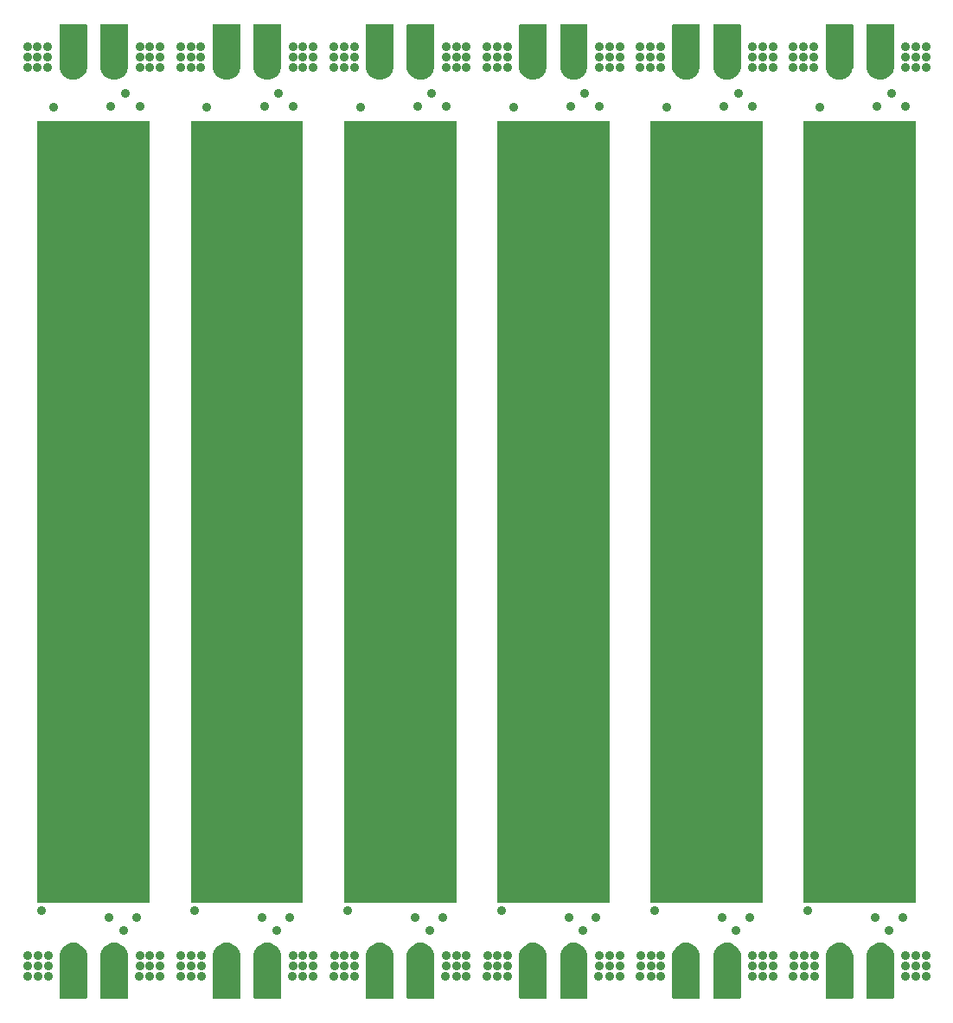
<source format=gbs>
G04*
G04 #@! TF.GenerationSoftware,Altium Limited,Altium Designer,21.7.2 (23)*
G04*
G04 Layer_Color=16711935*
%FSLAX44Y44*%
%MOMM*%
G71*
G04*
G04 #@! TF.SameCoordinates,A18D3496-1026-4BA7-8AEB-D4DB3583FBB1*
G04*
G04*
G04 #@! TF.FilePolarity,Negative*
G04*
G01*
G75*
%ADD22C,1.2032*%
%ADD24C,1.1032*%
%ADD25C,0.9032*%
G36*
X857633Y957010D02*
X857763Y956983D01*
X857889Y956941D01*
X858009Y956882D01*
X858120Y956808D01*
X858220Y956720D01*
X858308Y956620D01*
X858382Y956509D01*
X858441Y956390D01*
X858483Y956264D01*
X858509Y956133D01*
X858518Y956000D01*
Y916000D01*
Y914354D01*
D01*
Y914354D01*
X858509Y914221D01*
X858483Y914091D01*
X857632Y910912D01*
X857589Y910786D01*
X857530Y910666D01*
X855884Y907816D01*
X855884Y907816D01*
X855810Y907705D01*
X855722Y907605D01*
X853395Y905278D01*
X853395Y905277D01*
X853295Y905190D01*
X853184Y905116D01*
X850334Y903470D01*
X850334Y903470D01*
X850214Y903411D01*
X850088Y903368D01*
X846909Y902516D01*
X846778Y902490D01*
X846646Y902482D01*
X843354D01*
X843221Y902490D01*
X843091Y902516D01*
X839912Y903368D01*
X839785Y903411D01*
X839666Y903470D01*
X836816Y905116D01*
X836816Y905116D01*
X836705Y905190D01*
X836605Y905277D01*
X834278Y907605D01*
X834277Y907605D01*
X834190Y907705D01*
X834116Y907816D01*
X832470Y910666D01*
X832470Y910666D01*
X832411Y910786D01*
X832368Y910912D01*
X831516Y914091D01*
X831490Y914221D01*
X831482Y914354D01*
Y916000D01*
Y956000D01*
X831490Y956133D01*
X831516Y956264D01*
X831559Y956390D01*
X831618Y956509D01*
X831692Y956620D01*
X831780Y956720D01*
X831880Y956808D01*
X831991Y956882D01*
X832110Y956941D01*
X832236Y956983D01*
X832367Y957010D01*
X832500Y957018D01*
X857500D01*
X857633Y957010D01*
D02*
G37*
G36*
X817633D02*
X817763Y956983D01*
X817890Y956941D01*
X818009Y956882D01*
X818120Y956808D01*
X818220Y956720D01*
X818308Y956620D01*
X818382Y956509D01*
X818441Y956390D01*
X818483Y956264D01*
X818509Y956133D01*
X818518Y956000D01*
Y916000D01*
Y914354D01*
D01*
Y914354D01*
X818509Y914221D01*
X818483Y914091D01*
X817632Y910912D01*
X817589Y910786D01*
X817530Y910666D01*
X815884Y907816D01*
X815884Y907816D01*
X815810Y907705D01*
X815722Y907605D01*
X813395Y905278D01*
X813395Y905277D01*
X813295Y905190D01*
X813184Y905116D01*
X810334Y903470D01*
X810334Y903470D01*
X810214Y903411D01*
X810088Y903368D01*
X806909Y902516D01*
X806778Y902490D01*
X806646Y902482D01*
X803354D01*
X803221Y902490D01*
X803091Y902516D01*
X799912Y903368D01*
X799785Y903411D01*
X799666Y903470D01*
X796816Y905116D01*
X796816Y905116D01*
X796705Y905190D01*
X796605Y905277D01*
X794278Y907605D01*
X794277Y907605D01*
X794190Y907705D01*
X794116Y907816D01*
X792470Y910666D01*
X792470Y910666D01*
X792411Y910786D01*
X792368Y910912D01*
X791516Y914091D01*
X791490Y914221D01*
X791482Y914354D01*
Y916000D01*
Y956000D01*
X791490Y956133D01*
X791516Y956264D01*
X791559Y956390D01*
X791618Y956509D01*
X791692Y956620D01*
X791780Y956720D01*
X791880Y956808D01*
X791991Y956882D01*
X792110Y956941D01*
X792236Y956983D01*
X792367Y957010D01*
X792500Y957018D01*
X817500D01*
X817633Y957010D01*
D02*
G37*
G36*
X707633D02*
X707763Y956983D01*
X707889Y956941D01*
X708009Y956882D01*
X708120Y956808D01*
X708220Y956720D01*
X708308Y956620D01*
X708382Y956509D01*
X708441Y956390D01*
X708483Y956264D01*
X708509Y956133D01*
X708518Y956000D01*
Y916000D01*
Y914354D01*
D01*
Y914354D01*
X708509Y914221D01*
X708483Y914091D01*
X707632Y910912D01*
X707589Y910786D01*
X707530Y910666D01*
X705884Y907816D01*
X705884Y907816D01*
X705810Y907705D01*
X705722Y907605D01*
X703395Y905278D01*
X703395Y905277D01*
X703295Y905190D01*
X703184Y905116D01*
X700334Y903470D01*
X700334Y903470D01*
X700214Y903411D01*
X700088Y903368D01*
X696909Y902516D01*
X696778Y902490D01*
X696646Y902482D01*
X693354D01*
X693221Y902490D01*
X693091Y902516D01*
X689911Y903368D01*
X689785Y903411D01*
X689666Y903470D01*
X686816Y905116D01*
X686816Y905116D01*
X686705Y905190D01*
X686605Y905277D01*
X684278Y907605D01*
X684277Y907605D01*
X684190Y907705D01*
X684116Y907816D01*
X682470Y910666D01*
X682470Y910666D01*
X682411Y910786D01*
X682368Y910912D01*
X681516Y914091D01*
X681490Y914221D01*
X681482Y914354D01*
Y916000D01*
Y956000D01*
X681490Y956133D01*
X681516Y956264D01*
X681559Y956390D01*
X681618Y956509D01*
X681692Y956620D01*
X681780Y956720D01*
X681880Y956808D01*
X681991Y956882D01*
X682110Y956941D01*
X682236Y956983D01*
X682367Y957010D01*
X682500Y957018D01*
X707500D01*
X707633Y957010D01*
D02*
G37*
G36*
X667633D02*
X667763Y956983D01*
X667889Y956941D01*
X668009Y956882D01*
X668120Y956808D01*
X668220Y956720D01*
X668308Y956620D01*
X668382Y956509D01*
X668441Y956390D01*
X668483Y956264D01*
X668509Y956133D01*
X668518Y956000D01*
Y916000D01*
Y914354D01*
D01*
Y914354D01*
X668509Y914221D01*
X668483Y914091D01*
X667632Y910912D01*
X667589Y910786D01*
X667530Y910666D01*
X665884Y907816D01*
X665884Y907816D01*
X665810Y907705D01*
X665722Y907605D01*
X663395Y905278D01*
X663395Y905277D01*
X663295Y905190D01*
X663184Y905116D01*
X660334Y903470D01*
X660334Y903470D01*
X660214Y903411D01*
X660088Y903368D01*
X656909Y902516D01*
X656778Y902490D01*
X656646Y902482D01*
X653354D01*
X653221Y902490D01*
X653091Y902516D01*
X649912Y903368D01*
X649785Y903411D01*
X649666Y903470D01*
X646816Y905116D01*
X646816Y905116D01*
X646705Y905190D01*
X646605Y905277D01*
X644278Y907605D01*
X644277Y907605D01*
X644190Y907705D01*
X644116Y907816D01*
X642470Y910666D01*
X642470Y910666D01*
X642411Y910786D01*
X642368Y910912D01*
X641516Y914091D01*
X641490Y914221D01*
X641482Y914354D01*
Y916000D01*
Y956000D01*
X641490Y956133D01*
X641516Y956264D01*
X641559Y956390D01*
X641618Y956509D01*
X641692Y956620D01*
X641780Y956720D01*
X641880Y956808D01*
X641991Y956882D01*
X642110Y956941D01*
X642236Y956983D01*
X642367Y957010D01*
X642500Y957018D01*
X667500D01*
X667633Y957010D01*
D02*
G37*
G36*
X557633D02*
X557763Y956983D01*
X557890Y956941D01*
X558009Y956882D01*
X558120Y956808D01*
X558220Y956720D01*
X558308Y956620D01*
X558382Y956509D01*
X558441Y956390D01*
X558483Y956264D01*
X558509Y956133D01*
X558518Y956000D01*
Y916000D01*
Y914354D01*
D01*
Y914354D01*
X558509Y914221D01*
X558483Y914091D01*
X557631Y910912D01*
X557589Y910786D01*
X557530Y910666D01*
X555884Y907816D01*
X555884Y907816D01*
X555810Y907705D01*
X555722Y907605D01*
X553395Y905278D01*
X553395Y905277D01*
X553295Y905190D01*
X553184Y905116D01*
X550334Y903470D01*
X550334Y903470D01*
X550214Y903411D01*
X550088Y903368D01*
X546909Y902516D01*
X546778Y902490D01*
X546646Y902482D01*
X543354D01*
X543221Y902490D01*
X543091Y902516D01*
X539911Y903368D01*
X539785Y903411D01*
X539666Y903470D01*
X536816Y905116D01*
X536816Y905116D01*
X536705Y905190D01*
X536605Y905277D01*
X534278Y907605D01*
X534277Y907605D01*
X534190Y907705D01*
X534116Y907816D01*
X532470Y910666D01*
X532470Y910666D01*
X532411Y910786D01*
X532368Y910912D01*
X531516Y914091D01*
X531490Y914221D01*
X531482Y914354D01*
Y916000D01*
Y956000D01*
X531490Y956133D01*
X531516Y956264D01*
X531559Y956390D01*
X531618Y956509D01*
X531692Y956620D01*
X531780Y956720D01*
X531880Y956808D01*
X531991Y956882D01*
X532110Y956941D01*
X532236Y956983D01*
X532367Y957010D01*
X532500Y957018D01*
X557500D01*
X557633Y957010D01*
D02*
G37*
G36*
X517633D02*
X517763Y956983D01*
X517890Y956941D01*
X518009Y956882D01*
X518120Y956808D01*
X518220Y956720D01*
X518308Y956620D01*
X518382Y956509D01*
X518441Y956390D01*
X518483Y956264D01*
X518509Y956133D01*
X518518Y956000D01*
Y916000D01*
Y914354D01*
D01*
Y914354D01*
X518509Y914221D01*
X518483Y914091D01*
X517631Y910912D01*
X517589Y910786D01*
X517530Y910666D01*
X515884Y907816D01*
X515884Y907816D01*
X515810Y907705D01*
X515722Y907605D01*
X513395Y905278D01*
X513395Y905277D01*
X513295Y905190D01*
X513184Y905116D01*
X510334Y903470D01*
X510334Y903470D01*
X510214Y903411D01*
X510088Y903368D01*
X506909Y902516D01*
X506778Y902490D01*
X506646Y902482D01*
X503354D01*
X503221Y902490D01*
X503091Y902516D01*
X499911Y903368D01*
X499785Y903411D01*
X499666Y903470D01*
X496816Y905116D01*
X496816Y905116D01*
X496705Y905190D01*
X496605Y905277D01*
X494278Y907605D01*
X494277Y907605D01*
X494190Y907705D01*
X494116Y907816D01*
X492470Y910666D01*
X492470Y910666D01*
X492411Y910786D01*
X492368Y910912D01*
X491516Y914091D01*
X491490Y914221D01*
X491482Y914354D01*
Y916000D01*
Y956000D01*
X491490Y956133D01*
X491516Y956264D01*
X491559Y956390D01*
X491618Y956509D01*
X491692Y956620D01*
X491780Y956720D01*
X491880Y956808D01*
X491991Y956882D01*
X492110Y956941D01*
X492236Y956983D01*
X492367Y957010D01*
X492500Y957018D01*
X517500D01*
X517633Y957010D01*
D02*
G37*
G36*
X407633D02*
X407763Y956983D01*
X407890Y956941D01*
X408009Y956882D01*
X408120Y956808D01*
X408220Y956720D01*
X408308Y956620D01*
X408382Y956509D01*
X408441Y956390D01*
X408483Y956264D01*
X408509Y956133D01*
X408518Y956000D01*
Y916000D01*
Y914354D01*
D01*
Y914354D01*
X408509Y914221D01*
X408483Y914091D01*
X407631Y910912D01*
X407589Y910786D01*
X407530Y910666D01*
X405884Y907816D01*
X405884Y907816D01*
X405810Y907705D01*
X405722Y907605D01*
X403395Y905278D01*
X403395Y905277D01*
X403295Y905190D01*
X403184Y905116D01*
X400334Y903470D01*
X400334Y903470D01*
X400214Y903411D01*
X400088Y903368D01*
X396909Y902516D01*
X396778Y902490D01*
X396646Y902482D01*
X393354D01*
X393221Y902490D01*
X393091Y902516D01*
X389911Y903368D01*
X389785Y903411D01*
X389666Y903470D01*
X386816Y905116D01*
X386816Y905116D01*
X386705Y905190D01*
X386605Y905277D01*
X384278Y907605D01*
X384277Y907605D01*
X384190Y907705D01*
X384116Y907816D01*
X382470Y910666D01*
X382470Y910666D01*
X382411Y910786D01*
X382368Y910912D01*
X381516Y914091D01*
X381490Y914221D01*
X381482Y914354D01*
Y916000D01*
Y956000D01*
X381490Y956133D01*
X381516Y956264D01*
X381559Y956390D01*
X381618Y956509D01*
X381692Y956620D01*
X381780Y956720D01*
X381880Y956808D01*
X381991Y956882D01*
X382110Y956941D01*
X382236Y956983D01*
X382367Y957010D01*
X382500Y957018D01*
X407500D01*
X407633Y957010D01*
D02*
G37*
G36*
X367633D02*
X367763Y956983D01*
X367890Y956941D01*
X368009Y956882D01*
X368120Y956808D01*
X368220Y956720D01*
X368308Y956620D01*
X368382Y956509D01*
X368441Y956390D01*
X368483Y956264D01*
X368509Y956133D01*
X368518Y956000D01*
Y916000D01*
Y914354D01*
D01*
Y914354D01*
X368509Y914221D01*
X368483Y914091D01*
X367631Y910912D01*
X367589Y910786D01*
X367530Y910666D01*
X365884Y907816D01*
X365884Y907816D01*
X365810Y907705D01*
X365722Y907605D01*
X363395Y905278D01*
X363395Y905277D01*
X363295Y905190D01*
X363184Y905116D01*
X360334Y903470D01*
X360334Y903470D01*
X360214Y903411D01*
X360088Y903368D01*
X356909Y902516D01*
X356778Y902490D01*
X356646Y902482D01*
X353354D01*
X353221Y902490D01*
X353091Y902516D01*
X349911Y903368D01*
X349785Y903411D01*
X349666Y903470D01*
X346816Y905116D01*
X346816Y905116D01*
X346705Y905190D01*
X346605Y905277D01*
X344278Y907605D01*
X344277Y907605D01*
X344190Y907705D01*
X344116Y907816D01*
X342470Y910666D01*
X342470Y910666D01*
X342411Y910786D01*
X342368Y910912D01*
X341516Y914091D01*
X341490Y914221D01*
X341482Y914354D01*
Y916000D01*
Y956000D01*
X341490Y956133D01*
X341516Y956264D01*
X341559Y956390D01*
X341618Y956509D01*
X341692Y956620D01*
X341780Y956720D01*
X341880Y956808D01*
X341991Y956882D01*
X342110Y956941D01*
X342236Y956983D01*
X342367Y957010D01*
X342500Y957018D01*
X367500D01*
X367633Y957010D01*
D02*
G37*
G36*
X257633D02*
X257763Y956983D01*
X257889Y956941D01*
X258009Y956882D01*
X258120Y956808D01*
X258220Y956720D01*
X258308Y956620D01*
X258382Y956509D01*
X258441Y956390D01*
X258483Y956264D01*
X258509Y956133D01*
X258518Y956000D01*
Y916000D01*
Y914354D01*
D01*
Y914354D01*
X258509Y914221D01*
X258483Y914091D01*
X257631Y910912D01*
X257589Y910786D01*
X257530Y910666D01*
X255884Y907816D01*
X255884Y907816D01*
X255810Y907705D01*
X255722Y907605D01*
X253395Y905278D01*
X253395Y905277D01*
X253295Y905190D01*
X253184Y905116D01*
X250334Y903470D01*
X250334Y903470D01*
X250214Y903411D01*
X250088Y903368D01*
X246909Y902516D01*
X246778Y902490D01*
X246646Y902482D01*
X243354D01*
X243221Y902490D01*
X243091Y902516D01*
X239911Y903368D01*
X239785Y903411D01*
X239666Y903470D01*
X236816Y905116D01*
X236816Y905116D01*
X236705Y905190D01*
X236605Y905277D01*
X234278Y907605D01*
X234277Y907605D01*
X234190Y907705D01*
X234116Y907816D01*
X232470Y910666D01*
X232470Y910666D01*
X232411Y910786D01*
X232368Y910912D01*
X231516Y914091D01*
X231490Y914221D01*
X231482Y914354D01*
Y916000D01*
Y956000D01*
X231490Y956133D01*
X231516Y956264D01*
X231559Y956390D01*
X231618Y956509D01*
X231692Y956620D01*
X231780Y956720D01*
X231880Y956808D01*
X231991Y956882D01*
X232110Y956941D01*
X232236Y956983D01*
X232367Y957010D01*
X232500Y957018D01*
X257500D01*
X257633Y957010D01*
D02*
G37*
G36*
X217633D02*
X217763Y956983D01*
X217889Y956941D01*
X218009Y956882D01*
X218120Y956808D01*
X218220Y956720D01*
X218308Y956620D01*
X218382Y956509D01*
X218441Y956390D01*
X218483Y956264D01*
X218509Y956133D01*
X218518Y956000D01*
Y916000D01*
Y914354D01*
D01*
Y914354D01*
X218509Y914221D01*
X218483Y914091D01*
X217631Y910912D01*
X217589Y910786D01*
X217530Y910666D01*
X215884Y907816D01*
X215884Y907816D01*
X215810Y907705D01*
X215722Y907605D01*
X213395Y905278D01*
X213395Y905277D01*
X213295Y905190D01*
X213184Y905116D01*
X210334Y903470D01*
X210334Y903470D01*
X210214Y903411D01*
X210088Y903368D01*
X206909Y902516D01*
X206778Y902490D01*
X206646Y902482D01*
X203354D01*
X203221Y902490D01*
X203091Y902516D01*
X199911Y903368D01*
X199785Y903411D01*
X199666Y903470D01*
X196816Y905116D01*
X196816Y905116D01*
X196705Y905190D01*
X196605Y905277D01*
X194278Y907605D01*
X194277Y907605D01*
X194190Y907705D01*
X194116Y907816D01*
X192470Y910666D01*
X192470Y910666D01*
X192411Y910786D01*
X192368Y910912D01*
X191516Y914091D01*
X191490Y914221D01*
X191482Y914354D01*
Y916000D01*
Y956000D01*
X191490Y956133D01*
X191516Y956264D01*
X191559Y956390D01*
X191618Y956509D01*
X191692Y956620D01*
X191780Y956720D01*
X191880Y956808D01*
X191991Y956882D01*
X192110Y956941D01*
X192236Y956983D01*
X192367Y957010D01*
X192500Y957018D01*
X217500D01*
X217633Y957010D01*
D02*
G37*
G36*
X107633D02*
X107763Y956983D01*
X107889Y956941D01*
X108009Y956882D01*
X108120Y956808D01*
X108220Y956720D01*
X108308Y956620D01*
X108382Y956509D01*
X108441Y956390D01*
X108483Y956264D01*
X108509Y956133D01*
X108518Y956000D01*
Y916000D01*
Y914354D01*
D01*
Y914354D01*
X108509Y914221D01*
X108483Y914091D01*
X107632Y910912D01*
X107589Y910786D01*
X107530Y910666D01*
X105884Y907816D01*
X105884Y907816D01*
X105810Y907705D01*
X105722Y907605D01*
X103395Y905278D01*
X103395Y905277D01*
X103295Y905190D01*
X103184Y905116D01*
X100334Y903470D01*
X100334Y903470D01*
X100214Y903411D01*
X100088Y903368D01*
X96909Y902516D01*
X96778Y902490D01*
X96645Y902482D01*
X93354D01*
X93221Y902490D01*
X93091Y902516D01*
X89911Y903368D01*
X89785Y903411D01*
X89666Y903470D01*
X86816Y905116D01*
X86816Y905116D01*
X86705Y905190D01*
X86605Y905277D01*
X84278Y907605D01*
X84277Y907605D01*
X84190Y907705D01*
X84116Y907816D01*
X82470Y910666D01*
X82470Y910666D01*
X82411Y910786D01*
X82368Y910912D01*
X81516Y914091D01*
X81490Y914221D01*
X81482Y914354D01*
Y916000D01*
Y956000D01*
X81490Y956133D01*
X81516Y956264D01*
X81559Y956390D01*
X81618Y956509D01*
X81692Y956620D01*
X81780Y956720D01*
X81880Y956808D01*
X81991Y956882D01*
X82110Y956941D01*
X82236Y956983D01*
X82367Y957010D01*
X82500Y957018D01*
X107500D01*
X107633Y957010D01*
D02*
G37*
G36*
X67633D02*
X67763Y956983D01*
X67889Y956941D01*
X68009Y956882D01*
X68120Y956808D01*
X68220Y956720D01*
X68308Y956620D01*
X68382Y956509D01*
X68441Y956390D01*
X68483Y956264D01*
X68509Y956133D01*
X68518Y956000D01*
Y916000D01*
Y914354D01*
D01*
Y914354D01*
X68509Y914221D01*
X68483Y914091D01*
X67632Y910912D01*
X67589Y910786D01*
X67530Y910666D01*
X65884Y907816D01*
X65884Y907816D01*
X65810Y907705D01*
X65722Y907605D01*
X63395Y905278D01*
X63395Y905277D01*
X63295Y905190D01*
X63184Y905116D01*
X60334Y903470D01*
X60334Y903470D01*
X60214Y903411D01*
X60088Y903368D01*
X56909Y902516D01*
X56778Y902490D01*
X56645Y902482D01*
X53354D01*
X53221Y902490D01*
X53091Y902516D01*
X49911Y903368D01*
X49785Y903411D01*
X49666Y903470D01*
X46816Y905116D01*
X46816Y905116D01*
X46705Y905190D01*
X46605Y905277D01*
X44278Y907605D01*
X44277Y907605D01*
X44190Y907705D01*
X44116Y907816D01*
X42470Y910666D01*
X42470Y910666D01*
X42411Y910786D01*
X42368Y910912D01*
X41516Y914091D01*
X41490Y914221D01*
X41482Y914354D01*
Y916000D01*
Y956000D01*
X41490Y956133D01*
X41516Y956264D01*
X41559Y956390D01*
X41618Y956509D01*
X41692Y956620D01*
X41780Y956720D01*
X41880Y956808D01*
X41991Y956882D01*
X42110Y956941D01*
X42236Y956983D01*
X42367Y957010D01*
X42500Y957018D01*
X67500D01*
X67633Y957010D01*
D02*
G37*
G36*
X880000Y97000D02*
X770000D01*
Y862000D01*
X880000D01*
Y97000D01*
D02*
G37*
G36*
X730000D02*
X620000D01*
Y862000D01*
X730000D01*
Y97000D01*
D02*
G37*
G36*
X580000D02*
X470000D01*
Y862000D01*
X580000D01*
Y97000D01*
D02*
G37*
G36*
X430000D02*
X320000D01*
Y862000D01*
X430000D01*
Y97000D01*
D02*
G37*
G36*
X280000D02*
X170000D01*
Y862000D01*
X280000D01*
Y97000D01*
D02*
G37*
G36*
X130000D02*
X20000D01*
Y862000D01*
X130000D01*
Y97000D01*
D02*
G37*
G36*
X846778Y57509D02*
X846909Y57484D01*
X850088Y56632D01*
X850214Y56589D01*
X850334Y56530D01*
X853184Y54884D01*
X853295Y54810D01*
X853395Y54722D01*
X853395Y54722D01*
X855722Y52395D01*
X855810Y52295D01*
X855884Y52184D01*
X855884Y52184D01*
X857530Y49334D01*
X857589Y49215D01*
X857632Y49088D01*
X858483Y45909D01*
X858509Y45779D01*
X858518Y45646D01*
D01*
Y45646D01*
Y44000D01*
Y4000D01*
X858509Y3867D01*
X858483Y3737D01*
X858441Y3610D01*
X858382Y3491D01*
X858308Y3380D01*
X858220Y3280D01*
X858120Y3192D01*
X858009Y3118D01*
X857889Y3059D01*
X857763Y3016D01*
X857633Y2991D01*
X857500Y2982D01*
X832500D01*
X832367Y2991D01*
X832236Y3016D01*
X832110Y3059D01*
X831991Y3118D01*
X831880Y3192D01*
X831780Y3280D01*
X831692Y3380D01*
X831618Y3491D01*
X831559Y3610D01*
X831516Y3737D01*
X831490Y3867D01*
X831482Y4000D01*
Y44000D01*
Y45646D01*
X831490Y45778D01*
X831516Y45909D01*
X832368Y49088D01*
X832411Y49215D01*
X832470Y49334D01*
X832470Y49334D01*
X834116Y52184D01*
X834190Y52295D01*
X834277Y52395D01*
X834278Y52395D01*
X836605Y54722D01*
X836705Y54810D01*
X836816Y54884D01*
X836816Y54884D01*
X839666Y56530D01*
X839785Y56589D01*
X839912Y56632D01*
X843091Y57484D01*
X843221Y57509D01*
X843354Y57518D01*
D01*
X843354D01*
X846646D01*
X846778Y57509D01*
D02*
G37*
G36*
X806778D02*
X806909Y57484D01*
X810088Y56632D01*
X810214Y56589D01*
X810334Y56530D01*
X813184Y54884D01*
X813295Y54810D01*
X813395Y54722D01*
X813395Y54722D01*
X815722Y52395D01*
X815810Y52295D01*
X815884Y52184D01*
X815884Y52184D01*
X817530Y49334D01*
X817589Y49215D01*
X817632Y49088D01*
X818483Y45909D01*
X818509Y45779D01*
X818518Y45646D01*
D01*
Y45646D01*
Y44000D01*
Y4000D01*
X818509Y3867D01*
X818483Y3737D01*
X818441Y3610D01*
X818382Y3491D01*
X818308Y3380D01*
X818220Y3280D01*
X818120Y3192D01*
X818009Y3118D01*
X817890Y3059D01*
X817763Y3016D01*
X817633Y2991D01*
X817500Y2982D01*
X792500D01*
X792367Y2991D01*
X792236Y3016D01*
X792110Y3059D01*
X791991Y3118D01*
X791880Y3192D01*
X791780Y3280D01*
X791692Y3380D01*
X791618Y3491D01*
X791559Y3610D01*
X791516Y3737D01*
X791490Y3867D01*
X791482Y4000D01*
Y44000D01*
Y45646D01*
X791490Y45778D01*
X791516Y45909D01*
X792368Y49088D01*
X792411Y49215D01*
X792470Y49334D01*
X792470Y49334D01*
X794116Y52184D01*
X794190Y52295D01*
X794277Y52395D01*
X794278Y52395D01*
X796605Y54722D01*
X796705Y54810D01*
X796816Y54884D01*
X796816Y54884D01*
X799666Y56530D01*
X799785Y56589D01*
X799912Y56632D01*
X803091Y57484D01*
X803221Y57509D01*
X803354Y57518D01*
X803354D01*
D01*
X806646D01*
X806778Y57509D01*
D02*
G37*
G36*
X696778D02*
X696909Y57484D01*
X700088Y56632D01*
X700214Y56589D01*
X700334Y56530D01*
X703184Y54884D01*
X703295Y54810D01*
X703395Y54722D01*
X703395Y54722D01*
X705722Y52395D01*
X705810Y52295D01*
X705884Y52184D01*
X705884Y52184D01*
X707530Y49334D01*
X707589Y49215D01*
X707632Y49088D01*
X708483Y45909D01*
X708509Y45779D01*
X708518Y45646D01*
D01*
Y45646D01*
Y44000D01*
Y4000D01*
X708509Y3867D01*
X708483Y3737D01*
X708441Y3610D01*
X708382Y3491D01*
X708308Y3380D01*
X708220Y3280D01*
X708120Y3192D01*
X708009Y3118D01*
X707889Y3059D01*
X707763Y3016D01*
X707633Y2991D01*
X707500Y2982D01*
X682500D01*
X682367Y2991D01*
X682236Y3016D01*
X682110Y3059D01*
X681991Y3118D01*
X681880Y3192D01*
X681780Y3280D01*
X681692Y3380D01*
X681618Y3491D01*
X681559Y3610D01*
X681516Y3737D01*
X681490Y3867D01*
X681482Y4000D01*
Y44000D01*
Y45646D01*
X681490Y45778D01*
X681516Y45909D01*
X682368Y49088D01*
X682411Y49215D01*
X682470Y49334D01*
X682470Y49334D01*
X684116Y52184D01*
X684190Y52295D01*
X684277Y52395D01*
X684278Y52395D01*
X686605Y54722D01*
X686705Y54810D01*
X686816Y54884D01*
X686816Y54884D01*
X689666Y56530D01*
X689785Y56589D01*
X689911Y56632D01*
X693091Y57484D01*
X693221Y57509D01*
X693354Y57518D01*
D01*
X693354D01*
X696646D01*
X696778Y57509D01*
D02*
G37*
G36*
X656778D02*
X656909Y57484D01*
X660088Y56632D01*
X660214Y56589D01*
X660334Y56530D01*
X663184Y54884D01*
X663295Y54810D01*
X663395Y54722D01*
X663395Y54722D01*
X665722Y52395D01*
X665810Y52295D01*
X665884Y52184D01*
X665884Y52184D01*
X667530Y49334D01*
X667589Y49215D01*
X667632Y49088D01*
X668483Y45909D01*
X668509Y45779D01*
X668518Y45646D01*
D01*
Y45646D01*
Y44000D01*
Y4000D01*
X668509Y3867D01*
X668483Y3737D01*
X668441Y3610D01*
X668382Y3491D01*
X668308Y3380D01*
X668220Y3280D01*
X668120Y3192D01*
X668009Y3118D01*
X667889Y3059D01*
X667763Y3016D01*
X667633Y2991D01*
X667500Y2982D01*
X642500D01*
X642367Y2991D01*
X642236Y3016D01*
X642110Y3059D01*
X641991Y3118D01*
X641880Y3192D01*
X641780Y3280D01*
X641692Y3380D01*
X641618Y3491D01*
X641559Y3610D01*
X641516Y3737D01*
X641490Y3867D01*
X641482Y4000D01*
Y44000D01*
Y45646D01*
X641490Y45778D01*
X641516Y45909D01*
X642368Y49088D01*
X642411Y49215D01*
X642470Y49334D01*
X642470Y49334D01*
X644116Y52184D01*
X644190Y52295D01*
X644277Y52395D01*
X644278Y52395D01*
X646605Y54722D01*
X646705Y54810D01*
X646816Y54884D01*
X646816Y54884D01*
X649666Y56530D01*
X649785Y56589D01*
X649912Y56632D01*
X653091Y57484D01*
X653221Y57509D01*
X653354Y57518D01*
X653354D01*
D01*
X656646D01*
X656778Y57509D01*
D02*
G37*
G36*
X546778D02*
X546909Y57484D01*
X550088Y56632D01*
X550214Y56589D01*
X550334Y56530D01*
X553184Y54884D01*
X553295Y54810D01*
X553395Y54722D01*
X553395Y54722D01*
X555722Y52395D01*
X555810Y52295D01*
X555884Y52184D01*
X555884Y52184D01*
X557530Y49334D01*
X557589Y49215D01*
X557631Y49088D01*
X558483Y45909D01*
X558509Y45779D01*
X558518Y45646D01*
D01*
Y45646D01*
Y44000D01*
Y4000D01*
X558509Y3867D01*
X558483Y3737D01*
X558441Y3610D01*
X558382Y3491D01*
X558308Y3380D01*
X558220Y3280D01*
X558120Y3192D01*
X558009Y3118D01*
X557890Y3059D01*
X557763Y3016D01*
X557633Y2991D01*
X557500Y2982D01*
X532500D01*
X532367Y2991D01*
X532236Y3016D01*
X532110Y3059D01*
X531991Y3118D01*
X531880Y3192D01*
X531780Y3280D01*
X531692Y3380D01*
X531618Y3491D01*
X531559Y3610D01*
X531516Y3737D01*
X531490Y3867D01*
X531482Y4000D01*
Y44000D01*
Y45646D01*
X531490Y45778D01*
X531516Y45909D01*
X532368Y49088D01*
X532411Y49215D01*
X532470Y49334D01*
X532470Y49334D01*
X534116Y52184D01*
X534190Y52295D01*
X534277Y52395D01*
X534278Y52395D01*
X536605Y54722D01*
X536705Y54810D01*
X536816Y54884D01*
X536816Y54884D01*
X539666Y56530D01*
X539785Y56589D01*
X539911Y56632D01*
X543091Y57484D01*
X543221Y57509D01*
X543354Y57518D01*
D01*
X543354D01*
X546646D01*
X546778Y57509D01*
D02*
G37*
G36*
X506778D02*
X506909Y57484D01*
X510088Y56632D01*
X510214Y56589D01*
X510334Y56530D01*
X513184Y54884D01*
X513295Y54810D01*
X513395Y54722D01*
X513395Y54722D01*
X515722Y52395D01*
X515810Y52295D01*
X515884Y52184D01*
X515884Y52184D01*
X517530Y49334D01*
X517589Y49215D01*
X517631Y49088D01*
X518483Y45909D01*
X518509Y45779D01*
X518518Y45646D01*
D01*
Y45646D01*
Y44000D01*
Y4000D01*
X518509Y3867D01*
X518483Y3737D01*
X518441Y3610D01*
X518382Y3491D01*
X518308Y3380D01*
X518220Y3280D01*
X518120Y3192D01*
X518009Y3118D01*
X517890Y3059D01*
X517763Y3016D01*
X517633Y2991D01*
X517500Y2982D01*
X492500D01*
X492367Y2991D01*
X492236Y3016D01*
X492110Y3059D01*
X491991Y3118D01*
X491880Y3192D01*
X491780Y3280D01*
X491692Y3380D01*
X491618Y3491D01*
X491559Y3610D01*
X491516Y3737D01*
X491490Y3867D01*
X491482Y4000D01*
Y44000D01*
Y45646D01*
X491490Y45778D01*
X491516Y45909D01*
X492368Y49088D01*
X492411Y49215D01*
X492470Y49334D01*
X492470Y49334D01*
X494116Y52184D01*
X494190Y52295D01*
X494277Y52395D01*
X494278Y52395D01*
X496605Y54722D01*
X496705Y54810D01*
X496816Y54884D01*
X496816Y54884D01*
X499666Y56530D01*
X499785Y56589D01*
X499911Y56632D01*
X503091Y57484D01*
X503221Y57509D01*
X503354Y57518D01*
X503354D01*
D01*
X506646D01*
X506778Y57509D01*
D02*
G37*
G36*
X396778D02*
X396909Y57484D01*
X400088Y56632D01*
X400214Y56589D01*
X400334Y56530D01*
X403184Y54884D01*
X403295Y54810D01*
X403395Y54722D01*
X403395Y54722D01*
X405722Y52395D01*
X405810Y52295D01*
X405884Y52184D01*
X405884Y52184D01*
X407530Y49334D01*
X407589Y49215D01*
X407631Y49088D01*
X408483Y45909D01*
X408509Y45779D01*
X408518Y45646D01*
D01*
Y45646D01*
Y44000D01*
Y4000D01*
X408509Y3867D01*
X408483Y3737D01*
X408441Y3610D01*
X408382Y3491D01*
X408308Y3380D01*
X408220Y3280D01*
X408120Y3192D01*
X408009Y3118D01*
X407890Y3059D01*
X407763Y3016D01*
X407633Y2991D01*
X407500Y2982D01*
X382500D01*
X382367Y2991D01*
X382236Y3016D01*
X382110Y3059D01*
X381991Y3118D01*
X381880Y3192D01*
X381780Y3280D01*
X381692Y3380D01*
X381618Y3491D01*
X381559Y3610D01*
X381516Y3737D01*
X381490Y3867D01*
X381482Y4000D01*
Y44000D01*
Y45646D01*
X381490Y45778D01*
X381516Y45909D01*
X382368Y49088D01*
X382411Y49215D01*
X382470Y49334D01*
X382470Y49334D01*
X384116Y52184D01*
X384190Y52295D01*
X384277Y52395D01*
X384278Y52395D01*
X386605Y54722D01*
X386705Y54810D01*
X386816Y54884D01*
X386816Y54884D01*
X389666Y56530D01*
X389785Y56589D01*
X389911Y56632D01*
X393091Y57484D01*
X393221Y57509D01*
X393354Y57518D01*
D01*
X393354D01*
X396646D01*
X396778Y57509D01*
D02*
G37*
G36*
X356778D02*
X356909Y57484D01*
X360088Y56632D01*
X360214Y56589D01*
X360334Y56530D01*
X363184Y54884D01*
X363295Y54810D01*
X363395Y54722D01*
X363395Y54722D01*
X365722Y52395D01*
X365810Y52295D01*
X365884Y52184D01*
X365884Y52184D01*
X367530Y49334D01*
X367589Y49215D01*
X367631Y49088D01*
X368483Y45909D01*
X368509Y45779D01*
X368518Y45646D01*
D01*
Y45646D01*
Y44000D01*
Y4000D01*
X368509Y3867D01*
X368483Y3737D01*
X368441Y3610D01*
X368382Y3491D01*
X368308Y3380D01*
X368220Y3280D01*
X368120Y3192D01*
X368009Y3118D01*
X367890Y3059D01*
X367763Y3016D01*
X367633Y2991D01*
X367500Y2982D01*
X342500D01*
X342367Y2991D01*
X342236Y3016D01*
X342110Y3059D01*
X341991Y3118D01*
X341880Y3192D01*
X341780Y3280D01*
X341692Y3380D01*
X341618Y3491D01*
X341559Y3610D01*
X341516Y3737D01*
X341490Y3867D01*
X341482Y4000D01*
Y44000D01*
Y45646D01*
X341490Y45778D01*
X341516Y45909D01*
X342368Y49088D01*
X342411Y49215D01*
X342470Y49334D01*
X342470Y49334D01*
X344116Y52184D01*
X344190Y52295D01*
X344277Y52395D01*
X344278Y52395D01*
X346605Y54722D01*
X346705Y54810D01*
X346816Y54884D01*
X346816Y54884D01*
X349666Y56530D01*
X349785Y56589D01*
X349911Y56632D01*
X353091Y57484D01*
X353221Y57509D01*
X353354Y57518D01*
X353354D01*
D01*
X356646D01*
X356778Y57509D01*
D02*
G37*
G36*
X246778D02*
X246909Y57484D01*
X250088Y56632D01*
X250214Y56589D01*
X250334Y56530D01*
X253184Y54884D01*
X253295Y54810D01*
X253395Y54722D01*
X253395Y54722D01*
X255722Y52395D01*
X255810Y52295D01*
X255884Y52184D01*
X255884Y52184D01*
X257530Y49334D01*
X257589Y49215D01*
X257631Y49088D01*
X258483Y45909D01*
X258509Y45779D01*
X258518Y45646D01*
D01*
Y45646D01*
Y44000D01*
Y4000D01*
X258509Y3867D01*
X258483Y3737D01*
X258441Y3610D01*
X258382Y3491D01*
X258308Y3380D01*
X258220Y3280D01*
X258120Y3192D01*
X258009Y3118D01*
X257889Y3059D01*
X257763Y3016D01*
X257633Y2991D01*
X257500Y2982D01*
X232500D01*
X232367Y2991D01*
X232236Y3016D01*
X232110Y3059D01*
X231991Y3118D01*
X231880Y3192D01*
X231780Y3280D01*
X231692Y3380D01*
X231618Y3491D01*
X231559Y3610D01*
X231516Y3737D01*
X231490Y3867D01*
X231482Y4000D01*
Y44000D01*
Y45646D01*
X231490Y45778D01*
X231516Y45909D01*
X232368Y49088D01*
X232411Y49215D01*
X232470Y49334D01*
X232470Y49334D01*
X234116Y52184D01*
X234190Y52295D01*
X234277Y52395D01*
X234278Y52395D01*
X236605Y54722D01*
X236705Y54810D01*
X236816Y54884D01*
X236816Y54884D01*
X239666Y56530D01*
X239785Y56589D01*
X239911Y56632D01*
X243091Y57484D01*
X243221Y57509D01*
X243354Y57518D01*
D01*
X243354D01*
X246646D01*
X246778Y57509D01*
D02*
G37*
G36*
X206779D02*
X206909Y57484D01*
X210088Y56632D01*
X210214Y56589D01*
X210334Y56530D01*
X213184Y54884D01*
X213295Y54810D01*
X213395Y54722D01*
X213395Y54722D01*
X215722Y52395D01*
X215810Y52295D01*
X215884Y52184D01*
X215884Y52184D01*
X217530Y49334D01*
X217589Y49215D01*
X217631Y49088D01*
X218483Y45909D01*
X218509Y45779D01*
X218518Y45646D01*
D01*
Y45646D01*
Y44000D01*
Y4000D01*
X218509Y3867D01*
X218483Y3737D01*
X218441Y3610D01*
X218382Y3491D01*
X218308Y3380D01*
X218220Y3280D01*
X218120Y3192D01*
X218009Y3118D01*
X217889Y3059D01*
X217763Y3016D01*
X217633Y2991D01*
X217500Y2982D01*
X192500D01*
X192367Y2991D01*
X192236Y3016D01*
X192110Y3059D01*
X191991Y3118D01*
X191880Y3192D01*
X191780Y3280D01*
X191692Y3380D01*
X191618Y3491D01*
X191559Y3610D01*
X191516Y3737D01*
X191490Y3867D01*
X191482Y4000D01*
Y44000D01*
Y45646D01*
X191490Y45778D01*
X191516Y45909D01*
X192368Y49088D01*
X192411Y49215D01*
X192470Y49334D01*
X192470Y49334D01*
X194116Y52184D01*
X194190Y52295D01*
X194277Y52395D01*
X194278Y52395D01*
X196605Y54722D01*
X196705Y54810D01*
X196816Y54884D01*
X196816Y54884D01*
X199666Y56530D01*
X199785Y56589D01*
X199911Y56632D01*
X203091Y57484D01*
X203221Y57509D01*
X203354Y57518D01*
X203354D01*
D01*
X206646D01*
X206779Y57509D01*
D02*
G37*
G36*
X96778D02*
X96909Y57484D01*
X100088Y56632D01*
X100214Y56589D01*
X100334Y56530D01*
X103184Y54884D01*
X103295Y54810D01*
X103395Y54722D01*
X103395Y54722D01*
X105722Y52395D01*
X105810Y52295D01*
X105884Y52184D01*
X105884Y52184D01*
X107530Y49334D01*
X107589Y49215D01*
X107632Y49088D01*
X108483Y45909D01*
X108509Y45779D01*
X108518Y45646D01*
D01*
Y45646D01*
Y44000D01*
Y4000D01*
X108509Y3867D01*
X108483Y3737D01*
X108441Y3610D01*
X108382Y3491D01*
X108308Y3380D01*
X108220Y3280D01*
X108120Y3192D01*
X108009Y3118D01*
X107889Y3059D01*
X107763Y3016D01*
X107633Y2991D01*
X107500Y2982D01*
X82500D01*
X82367Y2991D01*
X82236Y3016D01*
X82110Y3059D01*
X81991Y3118D01*
X81880Y3192D01*
X81780Y3280D01*
X81692Y3380D01*
X81618Y3491D01*
X81559Y3610D01*
X81516Y3737D01*
X81490Y3867D01*
X81482Y4000D01*
Y44000D01*
Y45646D01*
X81490Y45778D01*
X81516Y45909D01*
X82368Y49088D01*
X82411Y49215D01*
X82470Y49334D01*
X82470Y49334D01*
X84116Y52184D01*
X84190Y52295D01*
X84277Y52395D01*
X84278Y52395D01*
X86605Y54722D01*
X86705Y54810D01*
X86816Y54884D01*
X86816Y54884D01*
X89666Y56530D01*
X89785Y56589D01*
X89911Y56632D01*
X93091Y57484D01*
X93221Y57509D01*
X93354Y57518D01*
D01*
X93354D01*
X96645D01*
X96778Y57509D01*
D02*
G37*
G36*
X56778D02*
X56909Y57484D01*
X60088Y56632D01*
X60214Y56589D01*
X60334Y56530D01*
X63184Y54884D01*
X63295Y54810D01*
X63395Y54722D01*
X63395Y54722D01*
X65722Y52395D01*
X65810Y52295D01*
X65884Y52184D01*
X65884Y52184D01*
X67530Y49334D01*
X67589Y49215D01*
X67632Y49088D01*
X68483Y45909D01*
X68509Y45779D01*
X68518Y45646D01*
D01*
Y45646D01*
Y44000D01*
Y4000D01*
X68509Y3867D01*
X68483Y3737D01*
X68441Y3610D01*
X68382Y3491D01*
X68308Y3380D01*
X68220Y3280D01*
X68120Y3192D01*
X68009Y3118D01*
X67889Y3059D01*
X67763Y3016D01*
X67633Y2991D01*
X67500Y2982D01*
X42500D01*
X42367Y2991D01*
X42236Y3016D01*
X42110Y3059D01*
X41991Y3118D01*
X41880Y3192D01*
X41780Y3280D01*
X41692Y3380D01*
X41618Y3491D01*
X41559Y3610D01*
X41516Y3737D01*
X41490Y3867D01*
X41482Y4000D01*
Y44000D01*
Y45646D01*
X41490Y45778D01*
X41516Y45909D01*
X42368Y49088D01*
X42411Y49215D01*
X42470Y49334D01*
X42470Y49334D01*
X44116Y52184D01*
X44190Y52295D01*
X44277Y52395D01*
X44278Y52395D01*
X46605Y54722D01*
X46705Y54810D01*
X46816Y54884D01*
X46816Y54884D01*
X49666Y56530D01*
X49785Y56589D01*
X49911Y56632D01*
X53091Y57484D01*
X53221Y57509D01*
X53354Y57518D01*
X53354D01*
D01*
X56645D01*
X56778Y57509D01*
D02*
G37*
D22*
X95000Y44000D02*
D03*
X55000D02*
D03*
X95000Y916000D02*
D03*
X55000D02*
D03*
X245000Y44000D02*
D03*
X205000D02*
D03*
X245000Y916000D02*
D03*
X205000D02*
D03*
X395000Y44000D02*
D03*
X355000D02*
D03*
X395000Y916000D02*
D03*
X355000D02*
D03*
X545000Y44000D02*
D03*
X505000D02*
D03*
X545000Y916000D02*
D03*
X505000D02*
D03*
X695000Y44000D02*
D03*
X655000D02*
D03*
X695000Y916000D02*
D03*
X655000D02*
D03*
X845000Y44000D02*
D03*
X805000D02*
D03*
X845000Y916000D02*
D03*
X805000D02*
D03*
D24*
X99500Y815500D02*
D03*
Y751500D02*
D03*
Y687500D02*
D03*
Y623500D02*
D03*
Y559500D02*
D03*
Y495500D02*
D03*
Y431500D02*
D03*
Y367500D02*
D03*
Y303500D02*
D03*
Y239500D02*
D03*
Y175500D02*
D03*
Y111500D02*
D03*
X50500Y144500D02*
D03*
X99500Y848500D02*
D03*
X50500D02*
D03*
Y815500D02*
D03*
X99500Y784500D02*
D03*
X50500D02*
D03*
Y751500D02*
D03*
X99500Y720500D02*
D03*
X50500D02*
D03*
Y687500D02*
D03*
X99500Y656500D02*
D03*
X50500D02*
D03*
Y623500D02*
D03*
X99500Y592500D02*
D03*
X50500D02*
D03*
Y559500D02*
D03*
X99500Y528500D02*
D03*
X50500D02*
D03*
Y495500D02*
D03*
X99500Y464500D02*
D03*
X50500D02*
D03*
Y431500D02*
D03*
X99500Y400500D02*
D03*
X50500D02*
D03*
Y367500D02*
D03*
X99500Y336500D02*
D03*
X50500D02*
D03*
Y303500D02*
D03*
X99500Y272500D02*
D03*
X50500D02*
D03*
Y239500D02*
D03*
X99500Y208500D02*
D03*
X50500D02*
D03*
Y175500D02*
D03*
Y111500D02*
D03*
X99500Y144500D02*
D03*
X249500Y815500D02*
D03*
Y751500D02*
D03*
Y687500D02*
D03*
Y623500D02*
D03*
Y559500D02*
D03*
Y495500D02*
D03*
Y431500D02*
D03*
Y367500D02*
D03*
Y303500D02*
D03*
Y239500D02*
D03*
Y175500D02*
D03*
Y111500D02*
D03*
X200500Y144500D02*
D03*
X249500Y848500D02*
D03*
X200500D02*
D03*
Y815500D02*
D03*
X249500Y784500D02*
D03*
X200500D02*
D03*
Y751500D02*
D03*
X249500Y720500D02*
D03*
X200500D02*
D03*
Y687500D02*
D03*
X249500Y656500D02*
D03*
X200500D02*
D03*
Y623500D02*
D03*
X249500Y592500D02*
D03*
X200500D02*
D03*
Y559500D02*
D03*
X249500Y528500D02*
D03*
X200500D02*
D03*
Y495500D02*
D03*
X249500Y464500D02*
D03*
X200500D02*
D03*
Y431500D02*
D03*
X249500Y400500D02*
D03*
X200500D02*
D03*
Y367500D02*
D03*
X249500Y336500D02*
D03*
X200500D02*
D03*
Y303500D02*
D03*
X249500Y272500D02*
D03*
X200500D02*
D03*
Y239500D02*
D03*
X249500Y208500D02*
D03*
X200500D02*
D03*
Y175500D02*
D03*
Y111500D02*
D03*
X249500Y144500D02*
D03*
X399500Y815500D02*
D03*
Y751500D02*
D03*
Y687500D02*
D03*
Y623500D02*
D03*
Y559500D02*
D03*
Y495500D02*
D03*
Y431500D02*
D03*
Y367500D02*
D03*
Y303500D02*
D03*
Y239500D02*
D03*
Y175500D02*
D03*
Y111500D02*
D03*
X350500Y144500D02*
D03*
X399500Y848500D02*
D03*
X350500D02*
D03*
Y815500D02*
D03*
X399500Y784500D02*
D03*
X350500D02*
D03*
Y751500D02*
D03*
X399500Y720500D02*
D03*
X350500D02*
D03*
Y687500D02*
D03*
X399500Y656500D02*
D03*
X350500D02*
D03*
Y623500D02*
D03*
X399500Y592500D02*
D03*
X350500D02*
D03*
Y559500D02*
D03*
X399500Y528500D02*
D03*
X350500D02*
D03*
Y495500D02*
D03*
X399500Y464500D02*
D03*
X350500D02*
D03*
Y431500D02*
D03*
X399500Y400500D02*
D03*
X350500D02*
D03*
Y367500D02*
D03*
X399500Y336500D02*
D03*
X350500D02*
D03*
Y303500D02*
D03*
X399500Y272500D02*
D03*
X350500D02*
D03*
Y239500D02*
D03*
X399500Y208500D02*
D03*
X350500D02*
D03*
Y175500D02*
D03*
Y111500D02*
D03*
X399500Y144500D02*
D03*
X549500Y815500D02*
D03*
Y751500D02*
D03*
Y687500D02*
D03*
Y623500D02*
D03*
Y559500D02*
D03*
Y495500D02*
D03*
Y431500D02*
D03*
Y367500D02*
D03*
Y303500D02*
D03*
Y239500D02*
D03*
Y175500D02*
D03*
Y111500D02*
D03*
X500500Y144500D02*
D03*
X549500Y848500D02*
D03*
X500500D02*
D03*
Y815500D02*
D03*
X549500Y784500D02*
D03*
X500500D02*
D03*
Y751500D02*
D03*
X549500Y720500D02*
D03*
X500500D02*
D03*
Y687500D02*
D03*
X549500Y656500D02*
D03*
X500500D02*
D03*
Y623500D02*
D03*
X549500Y592500D02*
D03*
X500500D02*
D03*
Y559500D02*
D03*
X549500Y528500D02*
D03*
X500500D02*
D03*
Y495500D02*
D03*
X549500Y464500D02*
D03*
X500500D02*
D03*
Y431500D02*
D03*
X549500Y400500D02*
D03*
X500500D02*
D03*
Y367500D02*
D03*
X549500Y336500D02*
D03*
X500500D02*
D03*
Y303500D02*
D03*
X549500Y272500D02*
D03*
X500500D02*
D03*
Y239500D02*
D03*
X549500Y208500D02*
D03*
X500500D02*
D03*
Y175500D02*
D03*
Y111500D02*
D03*
X549500Y144500D02*
D03*
X699500Y815500D02*
D03*
Y751500D02*
D03*
Y687500D02*
D03*
Y623500D02*
D03*
Y559500D02*
D03*
Y495500D02*
D03*
Y431500D02*
D03*
Y367500D02*
D03*
Y303500D02*
D03*
Y239500D02*
D03*
Y175500D02*
D03*
Y111500D02*
D03*
X650500Y144500D02*
D03*
X699500Y848500D02*
D03*
X650500D02*
D03*
Y815500D02*
D03*
X699500Y784500D02*
D03*
X650500D02*
D03*
Y751500D02*
D03*
X699500Y720500D02*
D03*
X650500D02*
D03*
Y687500D02*
D03*
X699500Y656500D02*
D03*
X650500D02*
D03*
Y623500D02*
D03*
X699500Y592500D02*
D03*
X650500D02*
D03*
Y559500D02*
D03*
X699500Y528500D02*
D03*
X650500D02*
D03*
Y495500D02*
D03*
X699500Y464500D02*
D03*
X650500D02*
D03*
Y431500D02*
D03*
X699500Y400500D02*
D03*
X650500D02*
D03*
Y367500D02*
D03*
X699500Y336500D02*
D03*
X650500D02*
D03*
Y303500D02*
D03*
X699500Y272500D02*
D03*
X650500D02*
D03*
Y239500D02*
D03*
X699500Y208500D02*
D03*
X650500D02*
D03*
Y175500D02*
D03*
Y111500D02*
D03*
X699500Y144500D02*
D03*
X849500Y815500D02*
D03*
Y751500D02*
D03*
Y687500D02*
D03*
Y623500D02*
D03*
Y559500D02*
D03*
Y495500D02*
D03*
Y431500D02*
D03*
Y367500D02*
D03*
Y303500D02*
D03*
Y239500D02*
D03*
Y175500D02*
D03*
Y111500D02*
D03*
X800500Y144500D02*
D03*
X849500Y848500D02*
D03*
X800500D02*
D03*
Y815500D02*
D03*
X849500Y784500D02*
D03*
X800500D02*
D03*
Y751500D02*
D03*
X849500Y720500D02*
D03*
X800500D02*
D03*
Y687500D02*
D03*
X849500Y656500D02*
D03*
X800500D02*
D03*
Y623500D02*
D03*
X849500Y592500D02*
D03*
X800500D02*
D03*
Y559500D02*
D03*
X849500Y528500D02*
D03*
X800500D02*
D03*
Y495500D02*
D03*
X849500Y464500D02*
D03*
X800500D02*
D03*
Y431500D02*
D03*
X849500Y400500D02*
D03*
X800500D02*
D03*
Y367500D02*
D03*
X849500Y336500D02*
D03*
X800500D02*
D03*
Y303500D02*
D03*
X849500Y272500D02*
D03*
X800500D02*
D03*
Y239500D02*
D03*
X849500Y208500D02*
D03*
X800500D02*
D03*
Y175500D02*
D03*
Y111500D02*
D03*
X849500Y144500D02*
D03*
D25*
X24000Y89000D02*
D03*
X104000Y70000D02*
D03*
X117000Y82000D02*
D03*
X90000D02*
D03*
X120000Y877000D02*
D03*
X106000Y889000D02*
D03*
X92000Y877000D02*
D03*
X36000Y876000D02*
D03*
X119500Y25000D02*
D03*
X130000D02*
D03*
X120000Y45000D02*
D03*
Y35000D02*
D03*
X140000Y45000D02*
D03*
X130000Y35000D02*
D03*
X140000D02*
D03*
X130000Y45000D02*
D03*
X20500D02*
D03*
X30500Y35000D02*
D03*
X20500D02*
D03*
X30500Y45000D02*
D03*
X10500Y35000D02*
D03*
Y45000D02*
D03*
X20500Y25000D02*
D03*
X30500D02*
D03*
X140000Y915000D02*
D03*
Y925000D02*
D03*
Y935000D02*
D03*
X30000D02*
D03*
X20000D02*
D03*
X10000Y915000D02*
D03*
Y925000D02*
D03*
Y935000D02*
D03*
X140000Y25000D02*
D03*
X10000D02*
D03*
X30000Y915000D02*
D03*
X20000Y925000D02*
D03*
X30000D02*
D03*
X20000Y915000D02*
D03*
X130000Y935000D02*
D03*
X120000D02*
D03*
Y925000D02*
D03*
X130000D02*
D03*
X120000Y915000D02*
D03*
X130000D02*
D03*
X174000Y89000D02*
D03*
X254000Y70000D02*
D03*
X267000Y82000D02*
D03*
X240000D02*
D03*
X270000Y877000D02*
D03*
X256000Y889000D02*
D03*
X242000Y877000D02*
D03*
X186000Y876000D02*
D03*
X269500Y25000D02*
D03*
X280000D02*
D03*
X270000Y45000D02*
D03*
Y35000D02*
D03*
X290000Y45000D02*
D03*
X280000Y35000D02*
D03*
X290000D02*
D03*
X280000Y45000D02*
D03*
X170500D02*
D03*
X180500Y35000D02*
D03*
X170500D02*
D03*
X180500Y45000D02*
D03*
X160500Y35000D02*
D03*
Y45000D02*
D03*
X170500Y25000D02*
D03*
X180500D02*
D03*
X290000Y915000D02*
D03*
Y925000D02*
D03*
Y935000D02*
D03*
X180000D02*
D03*
X170000D02*
D03*
X160000Y915000D02*
D03*
Y925000D02*
D03*
Y935000D02*
D03*
X290000Y25000D02*
D03*
X160000D02*
D03*
X180000Y915000D02*
D03*
X170000Y925000D02*
D03*
X180000D02*
D03*
X170000Y915000D02*
D03*
X280000Y935000D02*
D03*
X270000D02*
D03*
Y925000D02*
D03*
X280000D02*
D03*
X270000Y915000D02*
D03*
X280000D02*
D03*
X324000Y89000D02*
D03*
X404000Y70000D02*
D03*
X417000Y82000D02*
D03*
X390000D02*
D03*
X420000Y877000D02*
D03*
X406000Y889000D02*
D03*
X392000Y877000D02*
D03*
X336000Y876000D02*
D03*
X419500Y25000D02*
D03*
X430000D02*
D03*
X420000Y45000D02*
D03*
Y35000D02*
D03*
X440000Y45000D02*
D03*
X430000Y35000D02*
D03*
X440000D02*
D03*
X430000Y45000D02*
D03*
X320500D02*
D03*
X330500Y35000D02*
D03*
X320500D02*
D03*
X330500Y45000D02*
D03*
X310500Y35000D02*
D03*
Y45000D02*
D03*
X320500Y25000D02*
D03*
X330500D02*
D03*
X440000Y915000D02*
D03*
Y925000D02*
D03*
Y935000D02*
D03*
X330000D02*
D03*
X320000D02*
D03*
X310000Y915000D02*
D03*
Y925000D02*
D03*
Y935000D02*
D03*
X440000Y25000D02*
D03*
X310000D02*
D03*
X330000Y915000D02*
D03*
X320000Y925000D02*
D03*
X330000D02*
D03*
X320000Y915000D02*
D03*
X430000Y935000D02*
D03*
X420000D02*
D03*
Y925000D02*
D03*
X430000D02*
D03*
X420000Y915000D02*
D03*
X430000D02*
D03*
X474000Y89000D02*
D03*
X554000Y70000D02*
D03*
X567000Y82000D02*
D03*
X540000D02*
D03*
X570000Y877000D02*
D03*
X556000Y889000D02*
D03*
X542000Y877000D02*
D03*
X486000Y876000D02*
D03*
X569500Y25000D02*
D03*
X580000D02*
D03*
X570000Y45000D02*
D03*
Y35000D02*
D03*
X590000Y45000D02*
D03*
X580000Y35000D02*
D03*
X590000D02*
D03*
X580000Y45000D02*
D03*
X470500D02*
D03*
X480500Y35000D02*
D03*
X470500D02*
D03*
X480500Y45000D02*
D03*
X460500Y35000D02*
D03*
Y45000D02*
D03*
X470500Y25000D02*
D03*
X480500D02*
D03*
X590000Y915000D02*
D03*
Y925000D02*
D03*
Y935000D02*
D03*
X480000D02*
D03*
X470000D02*
D03*
X460000Y915000D02*
D03*
Y925000D02*
D03*
Y935000D02*
D03*
X590000Y25000D02*
D03*
X460000D02*
D03*
X480000Y915000D02*
D03*
X470000Y925000D02*
D03*
X480000D02*
D03*
X470000Y915000D02*
D03*
X580000Y935000D02*
D03*
X570000D02*
D03*
Y925000D02*
D03*
X580000D02*
D03*
X570000Y915000D02*
D03*
X580000D02*
D03*
X624000Y89000D02*
D03*
X704000Y70000D02*
D03*
X717000Y82000D02*
D03*
X690000D02*
D03*
X720000Y877000D02*
D03*
X706000Y889000D02*
D03*
X692000Y877000D02*
D03*
X636000Y876000D02*
D03*
X719500Y25000D02*
D03*
X730000D02*
D03*
X720000Y45000D02*
D03*
Y35000D02*
D03*
X740000Y45000D02*
D03*
X730000Y35000D02*
D03*
X740000D02*
D03*
X730000Y45000D02*
D03*
X620500D02*
D03*
X630500Y35000D02*
D03*
X620500D02*
D03*
X630500Y45000D02*
D03*
X610500Y35000D02*
D03*
Y45000D02*
D03*
X620500Y25000D02*
D03*
X630500D02*
D03*
X740000Y915000D02*
D03*
Y925000D02*
D03*
Y935000D02*
D03*
X630000D02*
D03*
X620000D02*
D03*
X610000Y915000D02*
D03*
Y925000D02*
D03*
Y935000D02*
D03*
X740000Y25000D02*
D03*
X610000D02*
D03*
X630000Y915000D02*
D03*
X620000Y925000D02*
D03*
X630000D02*
D03*
X620000Y915000D02*
D03*
X730000Y935000D02*
D03*
X720000D02*
D03*
Y925000D02*
D03*
X730000D02*
D03*
X720000Y915000D02*
D03*
X730000D02*
D03*
X774000Y89000D02*
D03*
X854000Y70000D02*
D03*
X867000Y82000D02*
D03*
X840000D02*
D03*
X870000Y877000D02*
D03*
X856000Y889000D02*
D03*
X842000Y877000D02*
D03*
X786000Y876000D02*
D03*
X869500Y25000D02*
D03*
X880000D02*
D03*
X870000Y45000D02*
D03*
Y35000D02*
D03*
X890000Y45000D02*
D03*
X880000Y35000D02*
D03*
X890000D02*
D03*
X880000Y45000D02*
D03*
X770500D02*
D03*
X780500Y35000D02*
D03*
X770500D02*
D03*
X780500Y45000D02*
D03*
X760500Y35000D02*
D03*
Y45000D02*
D03*
X770500Y25000D02*
D03*
X780500D02*
D03*
X890000Y915000D02*
D03*
Y925000D02*
D03*
Y935000D02*
D03*
X780000D02*
D03*
X770000D02*
D03*
X760000Y915000D02*
D03*
Y925000D02*
D03*
Y935000D02*
D03*
X890000Y25000D02*
D03*
X760000D02*
D03*
X780000Y915000D02*
D03*
X770000Y925000D02*
D03*
X780000D02*
D03*
X770000Y915000D02*
D03*
X880000Y935000D02*
D03*
X870000D02*
D03*
Y925000D02*
D03*
X880000D02*
D03*
X870000Y915000D02*
D03*
X880000D02*
D03*
M02*

</source>
